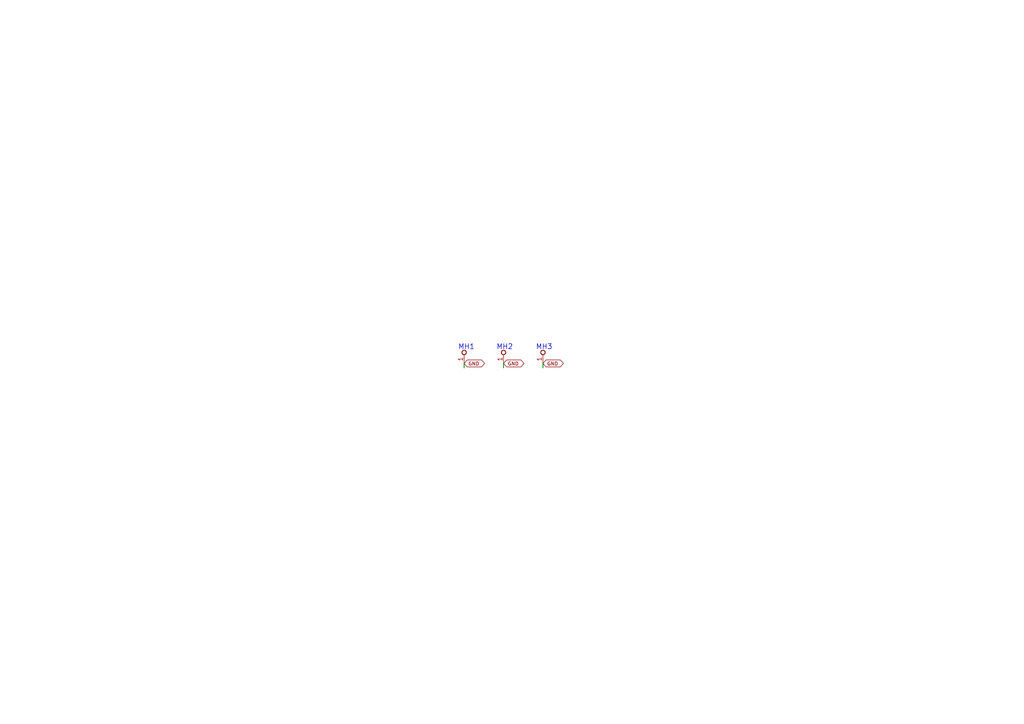
<source format=kicad_sch>
(kicad_sch (version 20231120) (generator "eeschema") (generator_version "8.0")
  (paper "A4")
  (lib_symbols
    (symbol "Clock Controller-eagle-import:M2.5_MTGP540H285"
      (symbol "M2.5_MTGP540H285_1_0"
        (circle (center 0 0) (radius 0.635) (stroke (width 0.254)))
        (pin passive line (at 0 -3.175 90) (length 2.54) (name "1") (number "1"))
      )
    )
  )
  (wire (pts (xy 157.48 105.41) (xy 157.48 106.68)) (stroke (width 0.25)))
  (wire (pts (xy 146.05 105.41) (xy 146.05 106.68)) (stroke (width 0.25)))
  (wire (pts (xy 134.62 105.41) (xy 134.62 106.68)) (stroke (width 0.25)))
  (text "MH1" (at 132.873 101.6 0) (effects (font (size 1.48 1.48)) (justify left bottom)))
  (text "MH3" (at 155.406 101.6 0) (effects (font (size 1.48 1.48)) (justify left bottom)))
  (text "MH2" (at 143.976 101.6 0) (effects (font (size 1.48 1.48)) (justify left bottom)))
  (global_label "GND" (shape bidirectional) (at 134.62 105.41 0) (effects (font (size 1.016 1.016))) (property "Intersheetrefs" "${INTERSHEET_REFS}" (effects (hide yes))))
  (global_label "GND" (shape bidirectional) (at 157.48 105.41 0) (effects (font (size 1.016 1.016))) (property "Intersheetrefs" "${INTERSHEET_REFS}" (effects (hide yes))))
  (global_label "GND" (shape bidirectional) (at 146.05 105.41 0) (effects (font (size 1.016 1.016))) (property "Intersheetrefs" "${INTERSHEET_REFS}" (effects (hide yes))))
  (symbol (lib_id "Clock Controller-eagle-import:M2.5_MTGP540H285") (at 134.62 102.235 0) (unit 1)
    (property "Reference" "MH1" (effects (hide yes)))
    (property "Value" "M2.5_MTGP540H285" (effects (hide yes)))
    (property "Footprint" "Clock Controller:M2.5_MTGP540H285" (effects (hide yes)))
  )
  (symbol (lib_id "Clock Controller-eagle-import:M2.5_MTGP540H285") (at 157.48 102.235 0) (unit 1)
    (property "Reference" "MH3" (effects (hide yes)))
    (property "Value" "M2.5_MTGP540H285" (effects (hide yes)))
    (property "Footprint" "Clock Controller:M2.5_MTGP540H285" (effects (hide yes)))
  )
  (symbol (lib_id "Clock Controller-eagle-import:M2.5_MTGP540H285") (at 146.05 102.235 0) (unit 1)
    (property "Reference" "MH2" (effects (hide yes)))
    (property "Value" "M2.5_MTGP540H285" (effects (hide yes)))
    (property "Footprint" "Clock Controller:M2.5_MTGP540H285" (effects (hide yes)))
  )
)
</source>
